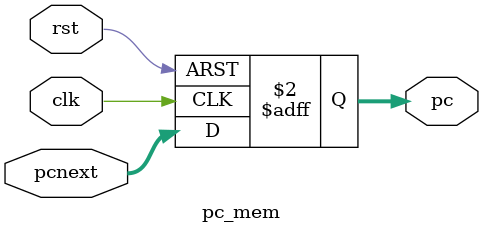
<source format=sv>
module pc_mem #(
    parameter n = 8 // Parámetro para especificar el tamaño del contador de programa
)(
    input logic clk,       // Señal de reloj
    input logic rst,       // Señal de reset
    input logic [n-1:0] pcnext, // Próxima dirección del contador de programa
    output logic [n-1:0] pc     // Dirección actual del contador de programa
);

    always_ff @(posedge clk, posedge rst) begin
        if (rst)            // Si se activa la señal de reset
            pc <= 0;        // Restablecer el contador de programa a 0
        else                // Si no hay reset
            pc <= pcnext;   // Asignar la próxima dirección del contador de programa a la salida
    end

endmodule

</source>
